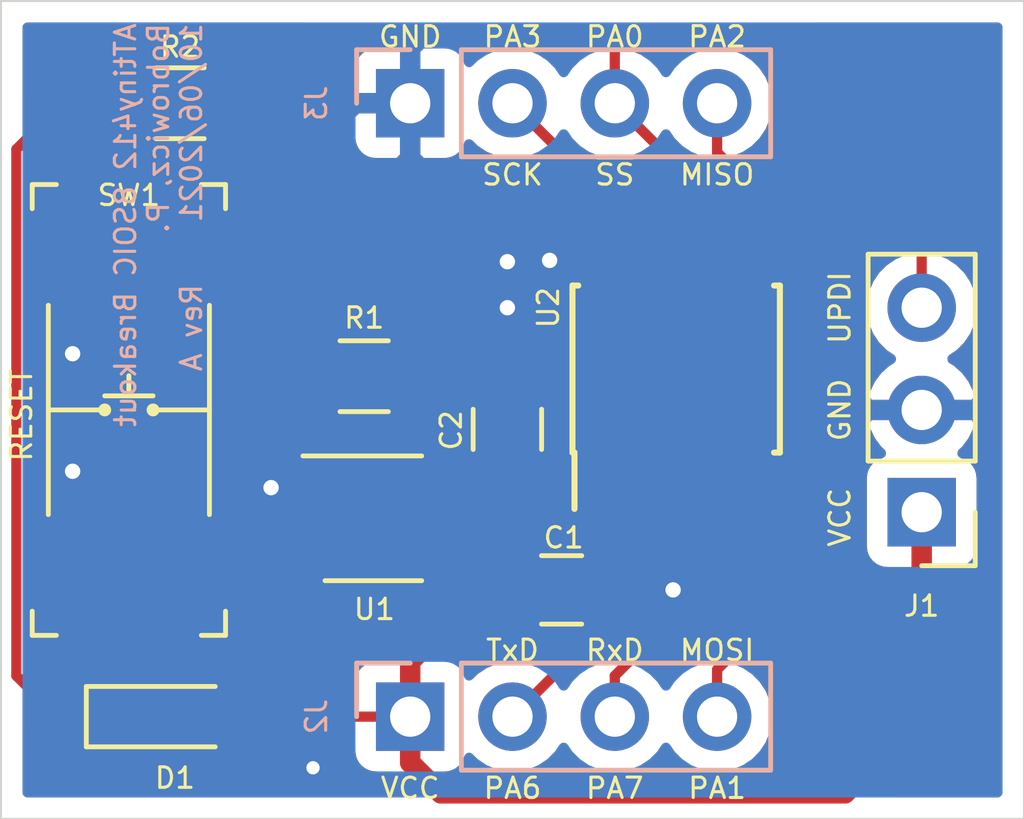
<source format=kicad_pcb>
(kicad_pcb (version 20171130) (host pcbnew "(5.1.10)-1")

  (general
    (thickness 1.6)
    (drawings 23)
    (tracks 79)
    (zones 0)
    (modules 11)
    (nets 11)
  )

  (page A4)
  (title_block
    (title "ATtiny412 SOIC-8 Breakout PCB")
    (date 2021-08-21)
    (rev B)
  )

  (layers
    (0 F.Cu signal)
    (31 B.Cu signal)
    (32 B.Adhes user)
    (33 F.Adhes user)
    (34 B.Paste user)
    (35 F.Paste user)
    (36 B.SilkS user)
    (37 F.SilkS user)
    (38 B.Mask user)
    (39 F.Mask user)
    (40 Dwgs.User user)
    (41 Cmts.User user)
    (42 Eco1.User user)
    (43 Eco2.User user)
    (44 Edge.Cuts user)
    (45 Margin user)
    (46 B.CrtYd user)
    (47 F.CrtYd user)
    (48 B.Fab user hide)
    (49 F.Fab user hide)
  )

  (setup
    (last_trace_width 0.1524)
    (user_trace_width 0.254)
    (user_trace_width 0.508)
    (trace_clearance 0.1524)
    (zone_clearance 0.508)
    (zone_45_only no)
    (trace_min 0.1524)
    (via_size 0.6858)
    (via_drill 0.3302)
    (via_min_size 0.508)
    (via_min_drill 0.254)
    (user_via 0.6858 0.3302)
    (user_via 0.762 0.381)
    (uvia_size 0.3)
    (uvia_drill 0.1)
    (uvias_allowed no)
    (uvia_min_size 0.2)
    (uvia_min_drill 0.1)
    (edge_width 0.05)
    (segment_width 0.2)
    (pcb_text_width 0.0762)
    (pcb_text_size 0.508 0.508)
    (mod_edge_width 0.12)
    (mod_text_size 0.508 0.508)
    (mod_text_width 0.0762)
    (pad_size 1.524 1.524)
    (pad_drill 0.762)
    (pad_to_mask_clearance 0.0508)
    (solder_mask_min_width 0.1016)
    (aux_axis_origin 0 0)
    (visible_elements 7FFFFFFF)
    (pcbplotparams
      (layerselection 0x010fc_ffffffff)
      (usegerberextensions false)
      (usegerberattributes true)
      (usegerberadvancedattributes true)
      (creategerberjobfile true)
      (excludeedgelayer true)
      (linewidth 0.038100)
      (plotframeref false)
      (viasonmask false)
      (mode 1)
      (useauxorigin false)
      (hpglpennumber 1)
      (hpglpenspeed 20)
      (hpglpendiameter 15.000000)
      (psnegative false)
      (psa4output false)
      (plotreference true)
      (plotvalue true)
      (plotinvisibletext false)
      (padsonsilk false)
      (subtractmaskfromsilk false)
      (outputformat 1)
      (mirror false)
      (drillshape 1)
      (scaleselection 1)
      (outputdirectory ""))
  )

  (net 0 "")
  (net 1 VCC)
  (net 2 GND)
  (net 3 /AIN0)
  (net 4 /AIN6)
  (net 5 /AIN7)
  (net 6 /AIN1)
  (net 7 /AIN2)
  (net 8 /AIN3)
  (net 9 /~MR)
  (net 10 "Net-(D1-Pad1)")

  (net_class Default "This is the default net class."
    (clearance 0.1524)
    (trace_width 0.1524)
    (via_dia 0.6858)
    (via_drill 0.3302)
    (uvia_dia 0.3)
    (uvia_drill 0.1)
    (add_net /AIN0)
    (add_net /AIN1)
    (add_net /AIN2)
    (add_net /AIN3)
    (add_net /AIN6)
    (add_net /AIN7)
    (add_net /~MR)
    (add_net GND)
    (add_net "Net-(D1-Pad1)")
    (add_net VCC)
  )

  (module Resistors_SMD:R_0805_HandSoldering (layer F.Cu) (tedit 58E0A804) (tstamp 60C2725A)
    (at 123.825 86.36)
    (descr "Resistor SMD 0805, hand soldering")
    (tags "resistor 0805")
    (path /60C2A4DD)
    (attr smd)
    (fp_text reference R2 (at 0 -1.397) (layer F.SilkS)
      (effects (font (size 0.508 0.508) (thickness 0.0762)))
    )
    (fp_text value 470R (at 0 1.27) (layer F.Fab)
      (effects (font (size 0.508 0.508) (thickness 0.0762)))
    )
    (fp_line (start 2.35 0.9) (end -2.35 0.9) (layer F.CrtYd) (width 0.05))
    (fp_line (start 2.35 0.9) (end 2.35 -0.9) (layer F.CrtYd) (width 0.05))
    (fp_line (start -2.35 -0.9) (end -2.35 0.9) (layer F.CrtYd) (width 0.05))
    (fp_line (start -2.35 -0.9) (end 2.35 -0.9) (layer F.CrtYd) (width 0.05))
    (fp_line (start -0.6 -0.88) (end 0.6 -0.88) (layer F.SilkS) (width 0.12))
    (fp_line (start 0.6 0.88) (end -0.6 0.88) (layer F.SilkS) (width 0.12))
    (fp_line (start -1 -0.62) (end 1 -0.62) (layer F.Fab) (width 0.1))
    (fp_line (start 1 -0.62) (end 1 0.62) (layer F.Fab) (width 0.1))
    (fp_line (start 1 0.62) (end -1 0.62) (layer F.Fab) (width 0.1))
    (fp_line (start -1 0.62) (end -1 -0.62) (layer F.Fab) (width 0.1))
    (fp_text user %R (at 0 0) (layer F.Fab)
      (effects (font (size 0.5 0.5) (thickness 0.075)))
    )
    (pad 1 smd rect (at -1.35 0) (size 1.5 1.3) (layers F.Cu F.Paste F.Mask)
      (net 10 "Net-(D1-Pad1)"))
    (pad 2 smd rect (at 1.35 0) (size 1.5 1.3) (layers F.Cu F.Paste F.Mask)
      (net 2 GND))
    (model ${KISYS3DMOD}/Resistors_SMD.3dshapes/R_0805.wrl
      (at (xyz 0 0 0))
      (scale (xyz 1 1 1))
      (rotate (xyz 0 0 0))
    )
  )

  (module LEDs:LED_0805_HandSoldering (layer F.Cu) (tedit 595FCA25) (tstamp 60C271AF)
    (at 123.698 101.6)
    (descr "Resistor SMD 0805, hand soldering")
    (tags "resistor 0805")
    (path /60C27FD6)
    (attr smd)
    (fp_text reference D1 (at 0 1.524) (layer F.SilkS)
      (effects (font (size 0.508 0.508) (thickness 0.0762)))
    )
    (fp_text value LED (at 0 -1.143) (layer F.Fab)
      (effects (font (size 0.508 0.508) (thickness 0.0762)))
    )
    (fp_line (start -2.2 -0.75) (end -2.2 0.75) (layer F.SilkS) (width 0.12))
    (fp_line (start 2.35 0.9) (end -2.35 0.9) (layer F.CrtYd) (width 0.05))
    (fp_line (start 2.35 0.9) (end 2.35 -0.9) (layer F.CrtYd) (width 0.05))
    (fp_line (start -2.35 -0.9) (end -2.35 0.9) (layer F.CrtYd) (width 0.05))
    (fp_line (start -2.35 -0.9) (end 2.35 -0.9) (layer F.CrtYd) (width 0.05))
    (fp_line (start -2.2 -0.75) (end 1 -0.75) (layer F.SilkS) (width 0.12))
    (fp_line (start 1 0.75) (end -2.2 0.75) (layer F.SilkS) (width 0.12))
    (fp_line (start -1 -0.62) (end 1 -0.62) (layer F.Fab) (width 0.1))
    (fp_line (start 1 -0.62) (end 1 0.62) (layer F.Fab) (width 0.1))
    (fp_line (start 1 0.62) (end -1 0.62) (layer F.Fab) (width 0.1))
    (fp_line (start -1 0.62) (end -1 -0.62) (layer F.Fab) (width 0.1))
    (fp_line (start 0.2 -0.4) (end 0.2 0.4) (layer F.Fab) (width 0.1))
    (fp_line (start 0.2 0.4) (end -0.4 0) (layer F.Fab) (width 0.1))
    (fp_line (start -0.4 0) (end 0.2 -0.4) (layer F.Fab) (width 0.1))
    (fp_line (start -0.4 -0.4) (end -0.4 0.4) (layer F.Fab) (width 0.1))
    (pad 1 smd rect (at -1.35 0) (size 1.5 1.3) (layers F.Cu F.Paste F.Mask)
      (net 10 "Net-(D1-Pad1)"))
    (pad 2 smd rect (at 1.35 0) (size 1.5 1.3) (layers F.Cu F.Paste F.Mask)
      (net 1 VCC))
    (model ${KISYS3DMOD}/LED_SMD.3dshapes/LED_0805_2012Metric_Castellated.step
      (at (xyz 0 0 0))
      (scale (xyz 1 1 1))
      (rotate (xyz 0 0 0))
    )
  )

  (module TO_SOT_Packages_SMD:SOT-143 (layer F.Cu) (tedit 58CE4E7E) (tstamp 60C14EFA)
    (at 128.6256 96.6724)
    (descr SOT-143)
    (tags SOT-143)
    (path /60C269C5)
    (attr smd)
    (fp_text reference U1 (at 0.0254 2.2606 180) (layer F.SilkS)
      (effects (font (size 0.508 0.508) (thickness 0.0762)))
    )
    (fp_text value MIC6315 (at 0.0254 2.2606) (layer F.Fab)
      (effects (font (size 0.508 0.508) (thickness 0.0762)))
    )
    (fp_line (start -2.05 1.75) (end -2.05 -1.75) (layer F.CrtYd) (width 0.05))
    (fp_line (start -2.05 1.75) (end 2.05 1.75) (layer F.CrtYd) (width 0.05))
    (fp_line (start 2.05 -1.75) (end -2.05 -1.75) (layer F.CrtYd) (width 0.05))
    (fp_line (start 2.05 -1.75) (end 2.05 1.75) (layer F.CrtYd) (width 0.05))
    (fp_line (start 1.2 -1.5) (end 1.2 1.5) (layer F.Fab) (width 0.1))
    (fp_line (start 1.2 1.5) (end -1.2 1.5) (layer F.Fab) (width 0.1))
    (fp_line (start -1.2 1.5) (end -1.2 -1) (layer F.Fab) (width 0.1))
    (fp_line (start -0.7 -1.5) (end 1.2 -1.5) (layer F.Fab) (width 0.1))
    (fp_line (start -1.2 -1) (end -0.7 -1.5) (layer F.Fab) (width 0.1))
    (fp_line (start 1.2 -1.55) (end -1.75 -1.55) (layer F.SilkS) (width 0.12))
    (fp_line (start -1.2 1.55) (end 1.2 1.55) (layer F.SilkS) (width 0.12))
    (fp_text user %R (at 0 0 90) (layer F.Fab)
      (effects (font (size 0.508 0.508) (thickness 0.0762)))
    )
    (pad 1 smd rect (at -1.1 -0.77 270) (size 1.2 1.4) (layers F.Cu F.Paste F.Mask)
      (net 2 GND))
    (pad 2 smd rect (at -1.1 0.95 270) (size 1 1.4) (layers F.Cu F.Paste F.Mask)
      (net 3 /AIN0))
    (pad 3 smd rect (at 1.1 0.95 270) (size 1 1.4) (layers F.Cu F.Paste F.Mask)
      (net 9 /~MR))
    (pad 4 smd rect (at 1.1 -0.95 270) (size 1 1.4) (layers F.Cu F.Paste F.Mask)
      (net 1 VCC))
    (model ${KISYS3DMOD}/TO_SOT_Packages_SMD.3dshapes/SOT-143.wrl
      (offset (xyz -0.127 0 0))
      (scale (xyz 1 1 1))
      (rotate (xyz 0 0 0))
    )
  )

  (module Housings_SOIC:SOIC-8_3.9x4.9mm_Pitch1.27mm (layer F.Cu) (tedit 58CD0CDA) (tstamp 60C14EFD)
    (at 136.144 92.964 90)
    (descr "8-Lead Plastic Small Outline (SN) - Narrow, 3.90 mm Body [SOIC] (see Microchip Packaging Specification 00000049BS.pdf)")
    (tags "SOIC 1.27")
    (path /60C0FCCD)
    (attr smd)
    (fp_text reference U2 (at 1.524 -3.175 90) (layer F.SilkS)
      (effects (font (size 0.508 0.508) (thickness 0.0762)))
    )
    (fp_text value ATtiny412-SS (at 0 3.048 90) (layer F.Fab)
      (effects (font (size 0.508 0.508) (thickness 0.0762)))
    )
    (fp_line (start -2.075 -2.525) (end -3.475 -2.525) (layer F.SilkS) (width 0.15))
    (fp_line (start -2.075 2.575) (end 2.075 2.575) (layer F.SilkS) (width 0.15))
    (fp_line (start -2.075 -2.575) (end 2.075 -2.575) (layer F.SilkS) (width 0.15))
    (fp_line (start -2.075 2.575) (end -2.075 2.43) (layer F.SilkS) (width 0.15))
    (fp_line (start 2.075 2.575) (end 2.075 2.43) (layer F.SilkS) (width 0.15))
    (fp_line (start 2.075 -2.575) (end 2.075 -2.43) (layer F.SilkS) (width 0.15))
    (fp_line (start -2.075 -2.575) (end -2.075 -2.525) (layer F.SilkS) (width 0.15))
    (fp_line (start -3.73 2.7) (end 3.73 2.7) (layer F.CrtYd) (width 0.05))
    (fp_line (start -3.73 -2.7) (end 3.73 -2.7) (layer F.CrtYd) (width 0.05))
    (fp_line (start 3.73 -2.7) (end 3.73 2.7) (layer F.CrtYd) (width 0.05))
    (fp_line (start -3.73 -2.7) (end -3.73 2.7) (layer F.CrtYd) (width 0.05))
    (fp_line (start -1.95 -1.45) (end -0.95 -2.45) (layer F.Fab) (width 0.1))
    (fp_line (start -1.95 2.45) (end -1.95 -1.45) (layer F.Fab) (width 0.1))
    (fp_line (start 1.95 2.45) (end -1.95 2.45) (layer F.Fab) (width 0.1))
    (fp_line (start 1.95 -2.45) (end 1.95 2.45) (layer F.Fab) (width 0.1))
    (fp_line (start -0.95 -2.45) (end 1.95 -2.45) (layer F.Fab) (width 0.1))
    (fp_text user %R (at 0 0 90) (layer F.Fab)
      (effects (font (size 0.508 0.508) (thickness 0.0762)))
    )
    (pad 1 smd rect (at -2.7 -1.905 90) (size 1.55 0.6) (layers F.Cu F.Paste F.Mask)
      (net 1 VCC))
    (pad 2 smd rect (at -2.7 -0.635 90) (size 1.55 0.6) (layers F.Cu F.Paste F.Mask)
      (net 4 /AIN6))
    (pad 3 smd rect (at -2.7 0.635 90) (size 1.55 0.6) (layers F.Cu F.Paste F.Mask)
      (net 5 /AIN7))
    (pad 4 smd rect (at -2.7 1.905 90) (size 1.55 0.6) (layers F.Cu F.Paste F.Mask)
      (net 6 /AIN1))
    (pad 5 smd rect (at 2.7 1.905 90) (size 1.55 0.6) (layers F.Cu F.Paste F.Mask)
      (net 7 /AIN2))
    (pad 6 smd rect (at 2.7 0.635 90) (size 1.55 0.6) (layers F.Cu F.Paste F.Mask)
      (net 3 /AIN0))
    (pad 7 smd rect (at 2.7 -0.635 90) (size 1.55 0.6) (layers F.Cu F.Paste F.Mask)
      (net 8 /AIN3))
    (pad 8 smd rect (at 2.7 -1.905 90) (size 1.55 0.6) (layers F.Cu F.Paste F.Mask)
      (net 2 GND))
    (model ${KISYS3DMOD}/Housings_SOIC.3dshapes/SOIC-8_3.9x4.9mm_Pitch1.27mm.wrl
      (at (xyz 0 0 0))
      (scale (xyz 1 1 1))
      (rotate (xyz 0 0 0))
    )
  )

  (module AtTiny412_8SOIC_Breakout:TL3305AF160QG (layer F.Cu) (tedit 60C14A21) (tstamp 60C14EF7)
    (at 122.555 93.98 90)
    (path /60C1617E)
    (fp_text reference SW1 (at 5.334 0) (layer F.SilkS)
      (effects (font (size 0.508 0.508) (thickness 0.0762)))
    )
    (fp_text value SW_MEC_5E (at 4.191 3.048 270) (layer F.Fab)
      (effects (font (size 0.508 0.508) (thickness 0.0762)))
    )
    (fp_circle (center 0 0) (end -1.3 0.2) (layer F.Fab) (width 0.12))
    (fp_line (start -2.25 -2.25) (end -2.25 2.25) (layer F.Fab) (width 0.12))
    (fp_line (start -2.25 2.25) (end 2.25 2.25) (layer F.Fab) (width 0.12))
    (fp_line (start 2.25 2.25) (end 2.25 -2.25) (layer F.Fab) (width 0.12))
    (fp_line (start 2.25 -2.25) (end -2.25 -2.25) (layer F.Fab) (width 0.12))
    (fp_line (start -5.6 -1.8) (end -5.6 -2.4) (layer F.SilkS) (width 0.12))
    (fp_line (start -5.6 -2.4) (end -5 -2.4) (layer F.SilkS) (width 0.12))
    (fp_line (start -5.6 1.8) (end -5.6 2.4) (layer F.SilkS) (width 0.12))
    (fp_line (start -5.6 2.4) (end -5 2.4) (layer F.SilkS) (width 0.12))
    (fp_line (start 5 2.4) (end 5.6 2.4) (layer F.SilkS) (width 0.12))
    (fp_line (start 5.6 2.4) (end 5.6 1.8) (layer F.SilkS) (width 0.12))
    (fp_line (start 5.6 -1.8) (end 5.6 -2.4) (layer F.SilkS) (width 0.12))
    (fp_line (start 5.6 -2.4) (end 5 -2.4) (layer F.SilkS) (width 0.12))
    (fp_line (start -2.6 -2) (end 2.6 -2) (layer F.SilkS) (width 0.12))
    (fp_line (start -2.6 2) (end 2.6 2) (layer F.SilkS) (width 0.12))
    (fp_line (start 0 0.6) (end 0 2) (layer F.SilkS) (width 0.12))
    (fp_line (start 0 -0.6) (end 0 -2) (layer F.SilkS) (width 0.12))
    (fp_circle (center 0 -0.6) (end 0 -0.5) (layer F.SilkS) (width 0.12))
    (fp_circle (center 0 0.6) (end 0 0.5) (layer F.SilkS) (width 0.12))
    (fp_line (start 0.35 -0.6) (end 0.35 0.6) (layer F.SilkS) (width 0.12))
    (fp_line (start 0.4 0) (end 0.85 0) (layer F.SilkS) (width 0.12))
    (fp_line (start -5.8 -2.6) (end -5.8 2.6) (layer F.CrtYd) (width 0.12))
    (fp_line (start -5.8 2.6) (end 5.8 2.6) (layer F.CrtYd) (width 0.12))
    (fp_line (start 5.8 2.6) (end 5.8 -2.6) (layer F.CrtYd) (width 0.12))
    (fp_line (start 5.8 -2.6) (end -5.8 -2.6) (layer F.CrtYd) (width 0.12))
    (pad 1 smd rect (at -4.1 1.5 90) (size 2.6 1.4) (layers F.Cu F.Paste F.Mask)
      (net 9 /~MR))
    (pad 2 smd rect (at 4.1 1.5 90) (size 2.6 1.4) (layers F.Cu F.Paste F.Mask))
    (pad 3 smd rect (at -4.1 -1.5 90) (size 2.6 1.4) (layers F.Cu F.Paste F.Mask)
      (net 2 GND))
    (pad 4 smd rect (at 4.1 -1.5 90) (size 2.6 1.4) (layers F.Cu F.Paste F.Mask)
      (net 2 GND))
    (model "${KIPRJMOD}/3d packages/TL3305AFxxxxG.stp"
      (at (xyz 0 0 0))
      (scale (xyz 1 1 1))
      (rotate (xyz 0 0 0))
    )
  )

  (module Resistors_SMD:R_0805_HandSoldering (layer F.Cu) (tedit 58E0A804) (tstamp 60C16222)
    (at 128.397 93.1418 180)
    (descr "Resistor SMD 0805, hand soldering")
    (tags "resistor 0805")
    (path /60C123E8)
    (attr smd)
    (fp_text reference R1 (at 0 1.4478 180) (layer F.SilkS)
      (effects (font (size 0.508 0.508) (thickness 0.0762)))
    )
    (fp_text value 10k (at 0 1.4478) (layer F.Fab)
      (effects (font (size 0.508 0.508) (thickness 0.0762)))
    )
    (fp_line (start 2.35 0.9) (end -2.35 0.9) (layer F.CrtYd) (width 0.05))
    (fp_line (start 2.35 0.9) (end 2.35 -0.9) (layer F.CrtYd) (width 0.05))
    (fp_line (start -2.35 -0.9) (end -2.35 0.9) (layer F.CrtYd) (width 0.05))
    (fp_line (start -2.35 -0.9) (end 2.35 -0.9) (layer F.CrtYd) (width 0.05))
    (fp_line (start -0.6 -0.88) (end 0.6 -0.88) (layer F.SilkS) (width 0.12))
    (fp_line (start 0.6 0.88) (end -0.6 0.88) (layer F.SilkS) (width 0.12))
    (fp_line (start -1 -0.62) (end 1 -0.62) (layer F.Fab) (width 0.1))
    (fp_line (start 1 -0.62) (end 1 0.62) (layer F.Fab) (width 0.1))
    (fp_line (start 1 0.62) (end -1 0.62) (layer F.Fab) (width 0.1))
    (fp_line (start -1 0.62) (end -1 -0.62) (layer F.Fab) (width 0.1))
    (fp_text user %R (at 0 0.0508 90) (layer F.Fab)
      (effects (font (size 0.5 0.5) (thickness 0.075)))
    )
    (pad 1 smd rect (at -1.35 0 180) (size 1.5 1.3) (layers F.Cu F.Paste F.Mask)
      (net 1 VCC))
    (pad 2 smd rect (at 1.35 0 180) (size 1.5 1.3) (layers F.Cu F.Paste F.Mask)
      (net 3 /AIN0))
    (model ${KISYS3DMOD}/Resistors_SMD.3dshapes/R_0805.wrl
      (at (xyz 0 0 0))
      (scale (xyz 1 1 1))
      (rotate (xyz 0 0 0))
    )
  )

  (module Pin_Headers:Pin_Header_Straight_1x04_Pitch2.54mm (layer B.Cu) (tedit 59650532) (tstamp 60C14ED3)
    (at 129.54 86.36 270)
    (descr "Through hole straight pin header, 1x04, 2.54mm pitch, single row")
    (tags "Through hole pin header THT 1x04 2.54mm single row")
    (path /60C42741)
    (fp_text reference J3 (at 0 2.33 270) (layer B.SilkS)
      (effects (font (size 0.508 0.508) (thickness 0.0762)) (justify mirror))
    )
    (fp_text value Conn_01x04_Male (at -1.905 -3.556) (layer B.Fab)
      (effects (font (size 0.508 0.508) (thickness 0.0762)) (justify mirror))
    )
    (fp_line (start 1.8 1.8) (end -1.8 1.8) (layer B.CrtYd) (width 0.05))
    (fp_line (start 1.8 -9.4) (end 1.8 1.8) (layer B.CrtYd) (width 0.05))
    (fp_line (start -1.8 -9.4) (end 1.8 -9.4) (layer B.CrtYd) (width 0.05))
    (fp_line (start -1.8 1.8) (end -1.8 -9.4) (layer B.CrtYd) (width 0.05))
    (fp_line (start -1.33 1.33) (end 0 1.33) (layer B.SilkS) (width 0.12))
    (fp_line (start -1.33 0) (end -1.33 1.33) (layer B.SilkS) (width 0.12))
    (fp_line (start -1.33 -1.27) (end 1.33 -1.27) (layer B.SilkS) (width 0.12))
    (fp_line (start 1.33 -1.27) (end 1.33 -8.95) (layer B.SilkS) (width 0.12))
    (fp_line (start -1.33 -1.27) (end -1.33 -8.95) (layer B.SilkS) (width 0.12))
    (fp_line (start -1.33 -8.95) (end 1.33 -8.95) (layer B.SilkS) (width 0.12))
    (fp_line (start -1.27 0.635) (end -0.635 1.27) (layer B.Fab) (width 0.1))
    (fp_line (start -1.27 -8.89) (end -1.27 0.635) (layer B.Fab) (width 0.1))
    (fp_line (start 1.27 -8.89) (end -1.27 -8.89) (layer B.Fab) (width 0.1))
    (fp_line (start 1.27 1.27) (end 1.27 -8.89) (layer B.Fab) (width 0.1))
    (fp_line (start -0.635 1.27) (end 1.27 1.27) (layer B.Fab) (width 0.1))
    (fp_text user %R (at 0 2.286 90) (layer B.Fab)
      (effects (font (size 0.508 0.508) (thickness 0.0762)) (justify mirror))
    )
    (pad 1 thru_hole rect (at 0 0 270) (size 1.7 1.7) (drill 1) (layers *.Cu *.Mask)
      (net 2 GND))
    (pad 2 thru_hole oval (at 0 -2.54 270) (size 1.7 1.7) (drill 1) (layers *.Cu *.Mask)
      (net 8 /AIN3))
    (pad 3 thru_hole oval (at 0 -5.08 270) (size 1.7 1.7) (drill 1) (layers *.Cu *.Mask)
      (net 3 /AIN0))
    (pad 4 thru_hole oval (at 0 -7.62 270) (size 1.7 1.7) (drill 1) (layers *.Cu *.Mask)
      (net 7 /AIN2))
    (model ${KISYS3DMOD}/Connector_PinHeader_2.54mm.3dshapes/PinHeader_1x04_P2.54mm_Vertical.step
      (at (xyz 0 0 0))
      (scale (xyz 1 1 1))
      (rotate (xyz 0 0 0))
    )
  )

  (module Pin_Headers:Pin_Header_Straight_1x04_Pitch2.54mm (layer B.Cu) (tedit 59650532) (tstamp 60C1558E)
    (at 129.54 101.6 270)
    (descr "Through hole straight pin header, 1x04, 2.54mm pitch, single row")
    (tags "Through hole pin header THT 1x04 2.54mm single row")
    (path /60C43461)
    (fp_text reference J2 (at 0 2.33 270) (layer B.SilkS)
      (effects (font (size 0.508 0.508) (thickness 0.0762)) (justify mirror))
    )
    (fp_text value Conn_01x04_Male (at 1.905 -3.937) (layer B.Fab)
      (effects (font (size 0.508 0.508) (thickness 0.0762)) (justify mirror))
    )
    (fp_line (start 1.8 1.8) (end -1.8 1.8) (layer B.CrtYd) (width 0.05))
    (fp_line (start 1.8 -9.4) (end 1.8 1.8) (layer B.CrtYd) (width 0.05))
    (fp_line (start -1.8 -9.4) (end 1.8 -9.4) (layer B.CrtYd) (width 0.05))
    (fp_line (start -1.8 1.8) (end -1.8 -9.4) (layer B.CrtYd) (width 0.05))
    (fp_line (start -1.33 1.33) (end 0 1.33) (layer B.SilkS) (width 0.12))
    (fp_line (start -1.33 0) (end -1.33 1.33) (layer B.SilkS) (width 0.12))
    (fp_line (start -1.33 -1.27) (end 1.33 -1.27) (layer B.SilkS) (width 0.12))
    (fp_line (start 1.33 -1.27) (end 1.33 -8.95) (layer B.SilkS) (width 0.12))
    (fp_line (start -1.33 -1.27) (end -1.33 -8.95) (layer B.SilkS) (width 0.12))
    (fp_line (start -1.33 -8.95) (end 1.33 -8.95) (layer B.SilkS) (width 0.12))
    (fp_line (start -1.27 0.635) (end -0.635 1.27) (layer B.Fab) (width 0.1))
    (fp_line (start -1.27 -8.89) (end -1.27 0.635) (layer B.Fab) (width 0.1))
    (fp_line (start 1.27 -8.89) (end -1.27 -8.89) (layer B.Fab) (width 0.1))
    (fp_line (start 1.27 1.27) (end 1.27 -8.89) (layer B.Fab) (width 0.1))
    (fp_line (start -0.635 1.27) (end 1.27 1.27) (layer B.Fab) (width 0.1))
    (fp_text user %R (at 0 2.286 90) (layer B.Fab)
      (effects (font (size 0.508 0.508) (thickness 0.0762)) (justify mirror))
    )
    (pad 1 thru_hole rect (at 0 0 270) (size 1.7 1.7) (drill 1) (layers *.Cu *.Mask)
      (net 1 VCC))
    (pad 2 thru_hole oval (at 0 -2.54 270) (size 1.7 1.7) (drill 1) (layers *.Cu *.Mask)
      (net 4 /AIN6))
    (pad 3 thru_hole oval (at 0 -5.08 270) (size 1.7 1.7) (drill 1) (layers *.Cu *.Mask)
      (net 5 /AIN7))
    (pad 4 thru_hole oval (at 0 -7.62 270) (size 1.7 1.7) (drill 1) (layers *.Cu *.Mask)
      (net 6 /AIN1))
    (model ${KISYS3DMOD}/Connector_PinHeader_2.54mm.3dshapes/PinHeader_1x04_P2.54mm_Vertical.step
      (at (xyz 0 0 0))
      (scale (xyz 1 1 1))
      (rotate (xyz 0 0 0))
    )
  )

  (module Pin_Headers:Pin_Header_Straight_1x03_Pitch2.54mm (layer F.Cu) (tedit 59650532) (tstamp 60C14ECD)
    (at 142.24 96.52 180)
    (descr "Through hole straight pin header, 1x03, 2.54mm pitch, single row")
    (tags "Through hole pin header THT 1x03 2.54mm single row")
    (path /60C3F499)
    (fp_text reference J1 (at 0 -2.33) (layer F.SilkS)
      (effects (font (size 0.508 0.508) (thickness 0.0762)))
    )
    (fp_text value Conn_01x03_Male (at 2.159 2.921 90) (layer F.Fab)
      (effects (font (size 0.508 0.508) (thickness 0.0762)))
    )
    (fp_line (start 1.8 -1.8) (end -1.8 -1.8) (layer F.CrtYd) (width 0.05))
    (fp_line (start 1.8 6.85) (end 1.8 -1.8) (layer F.CrtYd) (width 0.05))
    (fp_line (start -1.8 6.85) (end 1.8 6.85) (layer F.CrtYd) (width 0.05))
    (fp_line (start -1.8 -1.8) (end -1.8 6.85) (layer F.CrtYd) (width 0.05))
    (fp_line (start -1.33 -1.33) (end 0 -1.33) (layer F.SilkS) (width 0.12))
    (fp_line (start -1.33 0) (end -1.33 -1.33) (layer F.SilkS) (width 0.12))
    (fp_line (start -1.33 1.27) (end 1.33 1.27) (layer F.SilkS) (width 0.12))
    (fp_line (start 1.33 1.27) (end 1.33 6.41) (layer F.SilkS) (width 0.12))
    (fp_line (start -1.33 1.27) (end -1.33 6.41) (layer F.SilkS) (width 0.12))
    (fp_line (start -1.33 6.41) (end 1.33 6.41) (layer F.SilkS) (width 0.12))
    (fp_line (start -1.27 -0.635) (end -0.635 -1.27) (layer F.Fab) (width 0.1))
    (fp_line (start -1.27 6.35) (end -1.27 -0.635) (layer F.Fab) (width 0.1))
    (fp_line (start 1.27 6.35) (end -1.27 6.35) (layer F.Fab) (width 0.1))
    (fp_line (start 1.27 -1.27) (end 1.27 6.35) (layer F.Fab) (width 0.1))
    (fp_line (start -0.635 -1.27) (end 1.27 -1.27) (layer F.Fab) (width 0.1))
    (fp_text user %R (at 0 2.54 90) (layer F.Fab)
      (effects (font (size 1 1) (thickness 0.15)))
    )
    (pad 1 thru_hole rect (at 0 0 180) (size 1.7 1.7) (drill 1) (layers *.Cu *.Mask)
      (net 1 VCC))
    (pad 2 thru_hole oval (at 0 2.54 180) (size 1.7 1.7) (drill 1) (layers *.Cu *.Mask)
      (net 2 GND))
    (pad 3 thru_hole oval (at 0 5.08 180) (size 1.7 1.7) (drill 1) (layers *.Cu *.Mask)
      (net 3 /AIN0))
    (model ${KISYS3DMOD}/Connector_PinHeader_2.54mm.3dshapes/PinHeader_1x03_P2.54mm_Vertical.step
      (at (xyz 0 0 0))
      (scale (xyz 1 1 1))
      (rotate (xyz 0 0 0))
    )
  )

  (module Capacitors_SMD:C_0805_HandSoldering (layer F.Cu) (tedit 58AA84A8) (tstamp 60C20E83)
    (at 131.953 94.4626 90)
    (descr "Capacitor SMD 0805, hand soldering")
    (tags "capacitor 0805")
    (path /60C5FB36)
    (attr smd)
    (fp_text reference C2 (at -0.0254 -1.397 270) (layer F.SilkS)
      (effects (font (size 0.508 0.508) (thickness 0.0762)))
    )
    (fp_text value 100n (at 0.1016 1.143 90) (layer F.Fab)
      (effects (font (size 0.508 0.508) (thickness 0.0762)))
    )
    (fp_line (start 2.25 0.87) (end -2.25 0.87) (layer F.CrtYd) (width 0.05))
    (fp_line (start 2.25 0.87) (end 2.25 -0.88) (layer F.CrtYd) (width 0.05))
    (fp_line (start -2.25 -0.88) (end -2.25 0.87) (layer F.CrtYd) (width 0.05))
    (fp_line (start -2.25 -0.88) (end 2.25 -0.88) (layer F.CrtYd) (width 0.05))
    (fp_line (start -0.5 0.85) (end 0.5 0.85) (layer F.SilkS) (width 0.12))
    (fp_line (start 0.5 -0.85) (end -0.5 -0.85) (layer F.SilkS) (width 0.12))
    (fp_line (start -1 -0.62) (end 1 -0.62) (layer F.Fab) (width 0.1))
    (fp_line (start 1 -0.62) (end 1 0.62) (layer F.Fab) (width 0.1))
    (fp_line (start 1 0.62) (end -1 0.62) (layer F.Fab) (width 0.1))
    (fp_line (start -1 0.62) (end -1 -0.62) (layer F.Fab) (width 0.1))
    (fp_text user %R (at 0 0 180) (layer F.Fab)
      (effects (font (size 0.508 0.508) (thickness 0.0762)))
    )
    (pad 1 smd rect (at -1.25 0 90) (size 1.5 1.25) (layers F.Cu F.Paste F.Mask)
      (net 1 VCC))
    (pad 2 smd rect (at 1.25 0 90) (size 1.5 1.25) (layers F.Cu F.Paste F.Mask)
      (net 2 GND))
    (model Capacitors_SMD.3dshapes/C_0805.wrl
      (at (xyz 0 0 0))
      (scale (xyz 1 1 1))
      (rotate (xyz 0 0 0))
    )
  )

  (module Capacitors_SMD:C_0805_HandSoldering (layer F.Cu) (tedit 58AA84A8) (tstamp 60C14EC7)
    (at 133.2992 98.4504)
    (descr "Capacitor SMD 0805, hand soldering")
    (tags "capacitor 0805")
    (path /60C5E78A)
    (attr smd)
    (fp_text reference C1 (at 0.0508 -1.2954) (layer F.SilkS)
      (effects (font (size 0.508 0.508) (thickness 0.0762)))
    )
    (fp_text value 1u (at -0.0762 -1.2954 180) (layer F.Fab)
      (effects (font (size 0.508 0.508) (thickness 0.0762)))
    )
    (fp_line (start 2.25 0.87) (end -2.25 0.87) (layer F.CrtYd) (width 0.05))
    (fp_line (start 2.25 0.87) (end 2.25 -0.88) (layer F.CrtYd) (width 0.05))
    (fp_line (start -2.25 -0.88) (end -2.25 0.87) (layer F.CrtYd) (width 0.05))
    (fp_line (start -2.25 -0.88) (end 2.25 -0.88) (layer F.CrtYd) (width 0.05))
    (fp_line (start -0.5 0.85) (end 0.5 0.85) (layer F.SilkS) (width 0.12))
    (fp_line (start 0.5 -0.85) (end -0.5 -0.85) (layer F.SilkS) (width 0.12))
    (fp_line (start -1 -0.62) (end 1 -0.62) (layer F.Fab) (width 0.1))
    (fp_line (start 1 -0.62) (end 1 0.62) (layer F.Fab) (width 0.1))
    (fp_line (start 1 0.62) (end -1 0.62) (layer F.Fab) (width 0.1))
    (fp_line (start -1 0.62) (end -1 -0.62) (layer F.Fab) (width 0.1))
    (fp_text user %R (at -0.0762 -0.0254 90) (layer F.Fab)
      (effects (font (size 0.508 0.508) (thickness 0.0762)))
    )
    (pad 1 smd rect (at -1.25 0) (size 1.5 1.25) (layers F.Cu F.Paste F.Mask)
      (net 1 VCC))
    (pad 2 smd rect (at 1.25 0) (size 1.5 1.25) (layers F.Cu F.Paste F.Mask)
      (net 2 GND))
    (model Capacitors_SMD.3dshapes/C_0805.wrl
      (at (xyz 0 0 0))
      (scale (xyz 1 1 1))
      (rotate (xyz 0 0 0))
    )
  )

  (gr_text "ATtiny412 8SOIC Breakout\nBobrowicz, P.       \n10/06/2021    Rev A \n\n" (at 123.698 84.328 90) (layer B.SilkS)
    (effects (font (size 0.508 0.508) (thickness 0.0762)) (justify left mirror))
  )
  (gr_text RxD (at 134.62 99.949) (layer F.SilkS)
    (effects (font (size 0.508 0.508) (thickness 0.0762)))
  )
  (gr_text TxD (at 132.08 99.949) (layer F.SilkS)
    (effects (font (size 0.508 0.508) (thickness 0.0762)))
  )
  (gr_text SCK (at 132.08 88.138) (layer F.SilkS)
    (effects (font (size 0.508 0.508) (thickness 0.0762)))
  )
  (gr_text MISO (at 137.16 88.138) (layer F.SilkS)
    (effects (font (size 0.508 0.508) (thickness 0.0762)))
  )
  (gr_text MOSI (at 137.16 99.949) (layer F.SilkS)
    (effects (font (size 0.508 0.508) (thickness 0.0762)))
  )
  (gr_text ~SS (at 134.62 88.138) (layer F.SilkS)
    (effects (font (size 0.508 0.508) (thickness 0.0762)))
  )
  (gr_text RESET (at 119.888 94.107 90) (layer F.SilkS)
    (effects (font (size 0.508 0.508) (thickness 0.0762)))
  )
  (gr_text UPDI (at 140.208 91.44 90) (layer F.SilkS)
    (effects (font (size 0.508 0.508) (thickness 0.0762)))
  )
  (gr_text GND (at 140.208 93.98 90) (layer F.SilkS)
    (effects (font (size 0.508 0.508) (thickness 0.0762)))
  )
  (gr_text VCC (at 140.208 96.647 90) (layer F.SilkS)
    (effects (font (size 0.508 0.508) (thickness 0.0762)))
  )
  (gr_text PA1 (at 137.16 103.378) (layer F.SilkS)
    (effects (font (size 0.508 0.508) (thickness 0.0762)))
  )
  (gr_text PA7 (at 134.62 103.378) (layer F.SilkS)
    (effects (font (size 0.508 0.508) (thickness 0.0762)))
  )
  (gr_text PA6 (at 132.08 103.378) (layer F.SilkS)
    (effects (font (size 0.508 0.508) (thickness 0.0762)))
  )
  (gr_text VCC (at 129.54 103.378) (layer F.SilkS)
    (effects (font (size 0.508 0.508) (thickness 0.0762)))
  )
  (gr_text PA2 (at 137.16 84.709) (layer F.SilkS)
    (effects (font (size 0.508 0.508) (thickness 0.0762)))
  )
  (gr_text PA0 (at 134.62 84.709) (layer F.SilkS)
    (effects (font (size 0.508 0.508) (thickness 0.0762)))
  )
  (gr_text PA3 (at 132.08 84.709) (layer F.SilkS)
    (effects (font (size 0.508 0.508) (thickness 0.0762)))
  )
  (gr_text GND (at 129.54 84.709) (layer F.SilkS)
    (effects (font (size 0.508 0.508) (thickness 0.0762)))
  )
  (gr_line (start 144.78 83.82) (end 119.38 83.82) (layer Edge.Cuts) (width 0.05))
  (gr_line (start 144.78 104.14) (end 144.78 83.82) (layer Edge.Cuts) (width 0.05))
  (gr_line (start 119.38 104.14) (end 144.78 104.14) (layer Edge.Cuts) (width 0.05))
  (gr_line (start 119.38 83.82) (end 119.38 104.14) (layer Edge.Cuts) (width 0.05))

  (segment (start 131.953 98.3542) (end 132.0492 98.4504) (width 0.508) (layer F.Cu) (net 1))
  (segment (start 131.953 95.7126) (end 131.953 98.3542) (width 0.508) (layer F.Cu) (net 1))
  (segment (start 134.1904 95.7126) (end 134.239 95.664) (width 0.508) (layer F.Cu) (net 1))
  (segment (start 131.953 95.7126) (end 134.1904 95.7126) (width 0.508) (layer F.Cu) (net 1))
  (segment (start 129.2352 101.2952) (end 129.54 101.6) (width 0.508) (layer F.Cu) (net 1))
  (segment (start 129.7354 95.7126) (end 129.7256 95.7224) (width 0.508) (layer F.Cu) (net 1))
  (segment (start 131.953 95.7126) (end 129.7354 95.7126) (width 0.508) (layer F.Cu) (net 1))
  (segment (start 132.0492 98.4504) (end 131.318 98.4504) (width 0.508) (layer F.Cu) (net 1))
  (segment (start 129.54 100.2284) (end 129.54 101.6) (width 0.508) (layer F.Cu) (net 1))
  (segment (start 131.318 98.4504) (end 129.54 100.2284) (width 0.508) (layer F.Cu) (net 1))
  (segment (start 129.747 95.701) (end 129.7256 95.7224) (width 0.508) (layer F.Cu) (net 1))
  (segment (start 129.747 93.1418) (end 129.747 95.701) (width 0.508) (layer F.Cu) (net 1))
  (segment (start 129.54 101.6) (end 129.54 102.743) (width 0.508) (layer F.Cu) (net 1))
  (segment (start 129.54 102.743) (end 130.302 103.505) (width 0.508) (layer F.Cu) (net 1))
  (segment (start 130.302 103.505) (end 140.335 103.505) (width 0.508) (layer F.Cu) (net 1))
  (segment (start 140.335 103.505) (end 142.24 101.6) (width 0.508) (layer F.Cu) (net 1))
  (segment (start 142.24 101.6) (end 142.24 96.52) (width 0.508) (layer F.Cu) (net 1))
  (segment (start 125.048 101.6) (end 129.54 101.6) (width 0.254) (layer F.Cu) (net 1))
  (via (at 136.0678 98.4504) (size 0.762) (drill 0.381) (layers F.Cu B.Cu) (net 2))
  (segment (start 134.5492 98.4504) (end 136.0678 98.4504) (width 0.508) (layer F.Cu) (net 2))
  (via (at 126.0856 95.9104) (size 0.762) (drill 0.381) (layers F.Cu B.Cu) (net 2))
  (segment (start 126.0936 95.9024) (end 126.0856 95.9104) (width 0.508) (layer F.Cu) (net 2))
  (segment (start 127.5256 95.9024) (end 126.0936 95.9024) (width 0.508) (layer F.Cu) (net 2))
  (segment (start 132.8496 90.264) (end 132.8166 90.297) (width 0.508) (layer F.Cu) (net 2))
  (segment (start 134.239 90.264) (end 133.002 90.264) (width 0.508) (layer F.Cu) (net 2))
  (via (at 121.158 92.583) (size 0.762) (drill 0.381) (layers F.Cu B.Cu) (net 2))
  (via (at 121.158 95.504) (size 0.762) (drill 0.381) (layers F.Cu B.Cu) (net 2))
  (via (at 131.953 91.44) (size 0.762) (drill 0.381) (layers F.Cu B.Cu) (net 2))
  (via (at 131.953 90.297) (size 0.762) (drill 0.381) (layers F.Cu B.Cu) (net 2))
  (segment (start 133.002 90.264) (end 132.8496 90.264) (width 0.508) (layer F.Cu) (net 2) (tstamp 60C212FD))
  (via (at 133.002 90.264) (size 0.762) (drill 0.381) (layers F.Cu B.Cu) (net 2))
  (via (at 127.127 102.87) (size 0.6858) (drill 0.3302) (layers F.Cu B.Cu) (net 2))
  (segment (start 136.779 88.519) (end 136.779 90.264) (width 0.254) (layer F.Cu) (net 3))
  (segment (start 134.62 86.36) (end 136.779 88.519) (width 0.254) (layer F.Cu) (net 3))
  (segment (start 127.5256 97.6224) (end 126.3244 97.6224) (width 0.254) (layer F.Cu) (net 3))
  (segment (start 126.3244 97.6224) (end 125.3744 96.6724) (width 0.254) (layer F.Cu) (net 3))
  (segment (start 125.3744 96.6724) (end 125.3744 93.5228) (width 0.254) (layer F.Cu) (net 3))
  (segment (start 125.7554 93.1418) (end 127.047 93.1418) (width 0.254) (layer F.Cu) (net 3))
  (segment (start 125.3744 93.5228) (end 125.7554 93.1418) (width 0.254) (layer F.Cu) (net 3))
  (segment (start 142.24 91.44) (end 142.24 88.2142) (width 0.254) (layer F.Cu) (net 3))
  (segment (start 142.24 88.2142) (end 138.6332 84.6074) (width 0.254) (layer F.Cu) (net 3))
  (segment (start 138.6332 84.6074) (end 134.8994 84.6074) (width 0.254) (layer F.Cu) (net 3))
  (segment (start 127.047 93.1418) (end 127.047 85.3732) (width 0.254) (layer F.Cu) (net 3))
  (segment (start 127.047 85.3732) (end 127.8128 84.6074) (width 0.254) (layer F.Cu) (net 3))
  (segment (start 134.62 84.709) (end 134.7216 84.6074) (width 0.254) (layer F.Cu) (net 3))
  (segment (start 134.62 86.36) (end 134.62 84.709) (width 0.254) (layer F.Cu) (net 3))
  (segment (start 134.7216 84.6074) (end 134.8994 84.6074) (width 0.254) (layer F.Cu) (net 3))
  (segment (start 127.8128 84.6074) (end 134.7216 84.6074) (width 0.254) (layer F.Cu) (net 3))
  (segment (start 132.08 101.6) (end 133.2738 100.4062) (width 0.254) (layer F.Cu) (net 4))
  (segment (start 133.2738 100.4062) (end 133.2738 97.5868) (width 0.254) (layer F.Cu) (net 4))
  (segment (start 133.2738 97.5868) (end 133.6802 97.1804) (width 0.254) (layer F.Cu) (net 4))
  (segment (start 135.509 96.693) (end 135.509 95.664) (width 0.254) (layer F.Cu) (net 4))
  (segment (start 135.0216 97.1804) (end 135.509 96.693) (width 0.254) (layer F.Cu) (net 4))
  (segment (start 133.6802 97.1804) (end 135.0216 97.1804) (width 0.254) (layer F.Cu) (net 4))
  (segment (start 136.779 95.664) (end 136.779 99.2632) (width 0.254) (layer F.Cu) (net 5))
  (segment (start 136.779 99.2632) (end 135.9662 100.076) (width 0.254) (layer F.Cu) (net 5))
  (segment (start 135.9662 100.076) (end 135.128 100.076) (width 0.254) (layer F.Cu) (net 5))
  (segment (start 134.62 100.584) (end 134.62 101.6) (width 0.254) (layer F.Cu) (net 5))
  (segment (start 135.128 100.076) (end 134.62 100.584) (width 0.254) (layer F.Cu) (net 5))
  (segment (start 138.049 95.664) (end 138.049 99.5426) (width 0.254) (layer F.Cu) (net 6))
  (segment (start 137.16 100.4316) (end 137.16 101.6) (width 0.254) (layer F.Cu) (net 6))
  (segment (start 138.049 99.5426) (end 137.16 100.4316) (width 0.254) (layer F.Cu) (net 6))
  (segment (start 137.16 86.36) (end 137.16 87.5792) (width 0.254) (layer F.Cu) (net 7))
  (segment (start 138.049 88.4682) (end 138.049 90.264) (width 0.254) (layer F.Cu) (net 7))
  (segment (start 137.16 87.5792) (end 138.049 88.4682) (width 0.254) (layer F.Cu) (net 7))
  (segment (start 132.08 86.36) (end 133.9088 88.1888) (width 0.254) (layer F.Cu) (net 8))
  (segment (start 133.9088 88.1888) (end 134.8994 88.1888) (width 0.254) (layer F.Cu) (net 8))
  (segment (start 135.509 88.7984) (end 135.509 90.264) (width 0.254) (layer F.Cu) (net 8))
  (segment (start 134.8994 88.1888) (end 135.509 88.7984) (width 0.254) (layer F.Cu) (net 8))
  (segment (start 129.7256 97.6224) (end 129.7256 98.341) (width 0.254) (layer F.Cu) (net 9))
  (segment (start 124.055 98.08) (end 124.9278 98.08) (width 0.254) (layer F.Cu) (net 9))
  (segment (start 124.9278 98.08) (end 125.984 99.1362) (width 0.254) (layer F.Cu) (net 9))
  (segment (start 128.9304 99.1362) (end 129.7256 98.341) (width 0.254) (layer F.Cu) (net 9))
  (segment (start 125.984 99.1362) (end 128.9304 99.1362) (width 0.254) (layer F.Cu) (net 9))
  (segment (start 122.475 86.36) (end 120.904 86.36) (width 0.254) (layer F.Cu) (net 10))
  (segment (start 120.904 86.36) (end 119.761 87.503) (width 0.254) (layer F.Cu) (net 10))
  (segment (start 119.761 87.503) (end 119.761 100.584) (width 0.254) (layer F.Cu) (net 10))
  (segment (start 120.777 101.6) (end 122.348 101.6) (width 0.254) (layer F.Cu) (net 10))
  (segment (start 119.761 100.584) (end 120.777 101.6) (width 0.254) (layer F.Cu) (net 10))

  (zone (net 2) (net_name GND) (layer B.Cu) (tstamp 0) (hatch edge 0.508)
    (connect_pads (clearance 0.508))
    (min_thickness 0.254)
    (fill yes (arc_segments 32) (thermal_gap 0.508) (thermal_bridge_width 0.508))
    (polygon
      (pts
        (xy 144.78 104.14) (xy 119.38 104.14) (xy 119.38 83.82) (xy 144.78 83.82)
      )
    )
    (filled_polygon
      (pts
        (xy 144.12 103.48) (xy 120.04 103.48) (xy 120.04 100.75) (xy 128.051928 100.75) (xy 128.051928 102.45)
        (xy 128.064188 102.574482) (xy 128.100498 102.69418) (xy 128.159463 102.804494) (xy 128.238815 102.901185) (xy 128.335506 102.980537)
        (xy 128.44582 103.039502) (xy 128.565518 103.075812) (xy 128.69 103.088072) (xy 130.39 103.088072) (xy 130.514482 103.075812)
        (xy 130.63418 103.039502) (xy 130.744494 102.980537) (xy 130.841185 102.901185) (xy 130.920537 102.804494) (xy 130.979502 102.69418)
        (xy 131.001513 102.62162) (xy 131.133368 102.753475) (xy 131.376589 102.91599) (xy 131.646842 103.027932) (xy 131.93374 103.085)
        (xy 132.22626 103.085) (xy 132.513158 103.027932) (xy 132.783411 102.91599) (xy 133.026632 102.753475) (xy 133.233475 102.546632)
        (xy 133.35 102.37224) (xy 133.466525 102.546632) (xy 133.673368 102.753475) (xy 133.916589 102.91599) (xy 134.186842 103.027932)
        (xy 134.47374 103.085) (xy 134.76626 103.085) (xy 135.053158 103.027932) (xy 135.323411 102.91599) (xy 135.566632 102.753475)
        (xy 135.773475 102.546632) (xy 135.89 102.37224) (xy 136.006525 102.546632) (xy 136.213368 102.753475) (xy 136.456589 102.91599)
        (xy 136.726842 103.027932) (xy 137.01374 103.085) (xy 137.30626 103.085) (xy 137.593158 103.027932) (xy 137.863411 102.91599)
        (xy 138.106632 102.753475) (xy 138.313475 102.546632) (xy 138.47599 102.303411) (xy 138.587932 102.033158) (xy 138.645 101.74626)
        (xy 138.645 101.45374) (xy 138.587932 101.166842) (xy 138.47599 100.896589) (xy 138.313475 100.653368) (xy 138.106632 100.446525)
        (xy 137.863411 100.28401) (xy 137.593158 100.172068) (xy 137.30626 100.115) (xy 137.01374 100.115) (xy 136.726842 100.172068)
        (xy 136.456589 100.28401) (xy 136.213368 100.446525) (xy 136.006525 100.653368) (xy 135.89 100.82776) (xy 135.773475 100.653368)
        (xy 135.566632 100.446525) (xy 135.323411 100.28401) (xy 135.053158 100.172068) (xy 134.76626 100.115) (xy 134.47374 100.115)
        (xy 134.186842 100.172068) (xy 133.916589 100.28401) (xy 133.673368 100.446525) (xy 133.466525 100.653368) (xy 133.35 100.82776)
        (xy 133.233475 100.653368) (xy 133.026632 100.446525) (xy 132.783411 100.28401) (xy 132.513158 100.172068) (xy 132.22626 100.115)
        (xy 131.93374 100.115) (xy 131.646842 100.172068) (xy 131.376589 100.28401) (xy 131.133368 100.446525) (xy 131.001513 100.57838)
        (xy 130.979502 100.50582) (xy 130.920537 100.395506) (xy 130.841185 100.298815) (xy 130.744494 100.219463) (xy 130.63418 100.160498)
        (xy 130.514482 100.124188) (xy 130.39 100.111928) (xy 128.69 100.111928) (xy 128.565518 100.124188) (xy 128.44582 100.160498)
        (xy 128.335506 100.219463) (xy 128.238815 100.298815) (xy 128.159463 100.395506) (xy 128.100498 100.50582) (xy 128.064188 100.625518)
        (xy 128.051928 100.75) (xy 120.04 100.75) (xy 120.04 95.67) (xy 140.751928 95.67) (xy 140.751928 97.37)
        (xy 140.764188 97.494482) (xy 140.800498 97.61418) (xy 140.859463 97.724494) (xy 140.938815 97.821185) (xy 141.035506 97.900537)
        (xy 141.14582 97.959502) (xy 141.265518 97.995812) (xy 141.39 98.008072) (xy 143.09 98.008072) (xy 143.214482 97.995812)
        (xy 143.33418 97.959502) (xy 143.444494 97.900537) (xy 143.541185 97.821185) (xy 143.620537 97.724494) (xy 143.679502 97.61418)
        (xy 143.715812 97.494482) (xy 143.728072 97.37) (xy 143.728072 95.67) (xy 143.715812 95.545518) (xy 143.679502 95.42582)
        (xy 143.620537 95.315506) (xy 143.541185 95.218815) (xy 143.444494 95.139463) (xy 143.33418 95.080498) (xy 143.253534 95.056034)
        (xy 143.337588 94.980269) (xy 143.511641 94.74692) (xy 143.636825 94.484099) (xy 143.681476 94.33689) (xy 143.560155 94.107)
        (xy 142.367 94.107) (xy 142.367 94.127) (xy 142.113 94.127) (xy 142.113 94.107) (xy 140.919845 94.107)
        (xy 140.798524 94.33689) (xy 140.843175 94.484099) (xy 140.968359 94.74692) (xy 141.142412 94.980269) (xy 141.226466 95.056034)
        (xy 141.14582 95.080498) (xy 141.035506 95.139463) (xy 140.938815 95.218815) (xy 140.859463 95.315506) (xy 140.800498 95.42582)
        (xy 140.764188 95.545518) (xy 140.751928 95.67) (xy 120.04 95.67) (xy 120.04 91.29374) (xy 140.755 91.29374)
        (xy 140.755 91.58626) (xy 140.812068 91.873158) (xy 140.92401 92.143411) (xy 141.086525 92.386632) (xy 141.293368 92.593475)
        (xy 141.475534 92.715195) (xy 141.358645 92.784822) (xy 141.142412 92.979731) (xy 140.968359 93.21308) (xy 140.843175 93.475901)
        (xy 140.798524 93.62311) (xy 140.919845 93.853) (xy 142.113 93.853) (xy 142.113 93.833) (xy 142.367 93.833)
        (xy 142.367 93.853) (xy 143.560155 93.853) (xy 143.681476 93.62311) (xy 143.636825 93.475901) (xy 143.511641 93.21308)
        (xy 143.337588 92.979731) (xy 143.121355 92.784822) (xy 143.004466 92.715195) (xy 143.186632 92.593475) (xy 143.393475 92.386632)
        (xy 143.55599 92.143411) (xy 143.667932 91.873158) (xy 143.725 91.58626) (xy 143.725 91.29374) (xy 143.667932 91.006842)
        (xy 143.55599 90.736589) (xy 143.393475 90.493368) (xy 143.186632 90.286525) (xy 142.943411 90.12401) (xy 142.673158 90.012068)
        (xy 142.38626 89.955) (xy 142.09374 89.955) (xy 141.806842 90.012068) (xy 141.536589 90.12401) (xy 141.293368 90.286525)
        (xy 141.086525 90.493368) (xy 140.92401 90.736589) (xy 140.812068 91.006842) (xy 140.755 91.29374) (xy 120.04 91.29374)
        (xy 120.04 87.21) (xy 128.051928 87.21) (xy 128.064188 87.334482) (xy 128.100498 87.45418) (xy 128.159463 87.564494)
        (xy 128.238815 87.661185) (xy 128.335506 87.740537) (xy 128.44582 87.799502) (xy 128.565518 87.835812) (xy 128.69 87.848072)
        (xy 129.25425 87.845) (xy 129.413 87.68625) (xy 129.413 86.487) (xy 128.21375 86.487) (xy 128.055 86.64575)
        (xy 128.051928 87.21) (xy 120.04 87.21) (xy 120.04 85.51) (xy 128.051928 85.51) (xy 128.055 86.07425)
        (xy 128.21375 86.233) (xy 129.413 86.233) (xy 129.413 85.03375) (xy 129.667 85.03375) (xy 129.667 86.233)
        (xy 129.687 86.233) (xy 129.687 86.487) (xy 129.667 86.487) (xy 129.667 87.68625) (xy 129.82575 87.845)
        (xy 130.39 87.848072) (xy 130.514482 87.835812) (xy 130.63418 87.799502) (xy 130.744494 87.740537) (xy 130.841185 87.661185)
        (xy 130.920537 87.564494) (xy 130.979502 87.45418) (xy 131.001513 87.38162) (xy 131.133368 87.513475) (xy 131.376589 87.67599)
        (xy 131.646842 87.787932) (xy 131.93374 87.845) (xy 132.22626 87.845) (xy 132.513158 87.787932) (xy 132.783411 87.67599)
        (xy 133.026632 87.513475) (xy 133.233475 87.306632) (xy 133.35 87.13224) (xy 133.466525 87.306632) (xy 133.673368 87.513475)
        (xy 133.916589 87.67599) (xy 134.186842 87.787932) (xy 134.47374 87.845) (xy 134.76626 87.845) (xy 135.053158 87.787932)
        (xy 135.323411 87.67599) (xy 135.566632 87.513475) (xy 135.773475 87.306632) (xy 135.89 87.13224) (xy 136.006525 87.306632)
        (xy 136.213368 87.513475) (xy 136.456589 87.67599) (xy 136.726842 87.787932) (xy 137.01374 87.845) (xy 137.30626 87.845)
        (xy 137.593158 87.787932) (xy 137.863411 87.67599) (xy 138.106632 87.513475) (xy 138.313475 87.306632) (xy 138.47599 87.063411)
        (xy 138.587932 86.793158) (xy 138.645 86.50626) (xy 138.645 86.21374) (xy 138.587932 85.926842) (xy 138.47599 85.656589)
        (xy 138.313475 85.413368) (xy 138.106632 85.206525) (xy 137.863411 85.04401) (xy 137.593158 84.932068) (xy 137.30626 84.875)
        (xy 137.01374 84.875) (xy 136.726842 84.932068) (xy 136.456589 85.04401) (xy 136.213368 85.206525) (xy 136.006525 85.413368)
        (xy 135.89 85.58776) (xy 135.773475 85.413368) (xy 135.566632 85.206525) (xy 135.323411 85.04401) (xy 135.053158 84.932068)
        (xy 134.76626 84.875) (xy 134.47374 84.875) (xy 134.186842 84.932068) (xy 133.916589 85.04401) (xy 133.673368 85.206525)
        (xy 133.466525 85.413368) (xy 133.35 85.58776) (xy 133.233475 85.413368) (xy 133.026632 85.206525) (xy 132.783411 85.04401)
        (xy 132.513158 84.932068) (xy 132.22626 84.875) (xy 131.93374 84.875) (xy 131.646842 84.932068) (xy 131.376589 85.04401)
        (xy 131.133368 85.206525) (xy 131.001513 85.33838) (xy 130.979502 85.26582) (xy 130.920537 85.155506) (xy 130.841185 85.058815)
        (xy 130.744494 84.979463) (xy 130.63418 84.920498) (xy 130.514482 84.884188) (xy 130.39 84.871928) (xy 129.82575 84.875)
        (xy 129.667 85.03375) (xy 129.413 85.03375) (xy 129.25425 84.875) (xy 128.69 84.871928) (xy 128.565518 84.884188)
        (xy 128.44582 84.920498) (xy 128.335506 84.979463) (xy 128.238815 85.058815) (xy 128.159463 85.155506) (xy 128.100498 85.26582)
        (xy 128.064188 85.385518) (xy 128.051928 85.51) (xy 120.04 85.51) (xy 120.04 84.48) (xy 144.120001 84.48)
      )
    )
  )
  (zone (net 2) (net_name GND) (layer F.Cu) (tstamp 0) (hatch edge 0.508)
    (connect_pads (clearance 0.508))
    (min_thickness 0.254)
    (fill yes (arc_segments 32) (thermal_gap 0.508) (thermal_bridge_width 0.508))
    (polygon
      (pts
        (xy 144.78 104.14) (xy 119.38 104.14) (xy 119.38 83.82) (xy 144.78 83.82)
      )
    )
    (filled_polygon
      (pts
        (xy 120.211721 102.112351) (xy 120.235578 102.141422) (xy 120.264648 102.165279) (xy 120.351607 102.236645) (xy 120.370436 102.246709)
        (xy 120.483985 102.307402) (xy 120.627622 102.350974) (xy 120.739574 102.362) (xy 120.739577 102.362) (xy 120.777 102.365686)
        (xy 120.814423 102.362) (xy 120.970959 102.362) (xy 120.972188 102.374482) (xy 121.008498 102.49418) (xy 121.067463 102.604494)
        (xy 121.146815 102.701185) (xy 121.243506 102.780537) (xy 121.35382 102.839502) (xy 121.473518 102.875812) (xy 121.598 102.888072)
        (xy 123.098 102.888072) (xy 123.222482 102.875812) (xy 123.34218 102.839502) (xy 123.452494 102.780537) (xy 123.549185 102.701185)
        (xy 123.628537 102.604494) (xy 123.687502 102.49418) (xy 123.698 102.459573) (xy 123.708498 102.49418) (xy 123.767463 102.604494)
        (xy 123.846815 102.701185) (xy 123.943506 102.780537) (xy 124.05382 102.839502) (xy 124.173518 102.875812) (xy 124.298 102.888072)
        (xy 125.798 102.888072) (xy 125.922482 102.875812) (xy 126.04218 102.839502) (xy 126.152494 102.780537) (xy 126.249185 102.701185)
        (xy 126.328537 102.604494) (xy 126.387502 102.49418) (xy 126.423812 102.374482) (xy 126.425041 102.362) (xy 128.051928 102.362)
        (xy 128.051928 102.45) (xy 128.064188 102.574482) (xy 128.100498 102.69418) (xy 128.159463 102.804494) (xy 128.238815 102.901185)
        (xy 128.335506 102.980537) (xy 128.44582 103.039502) (xy 128.565518 103.075812) (xy 128.69 103.088072) (xy 128.716419 103.088072)
        (xy 128.756549 103.163149) (xy 128.797248 103.239291) (xy 128.908342 103.374659) (xy 128.942259 103.402494) (xy 129.019765 103.48)
        (xy 120.04 103.48) (xy 120.04 101.940631)
      )
    )
    (filled_polygon
      (pts
        (xy 144.12 103.48) (xy 141.617235 103.48) (xy 142.837743 102.259493) (xy 142.871659 102.231659) (xy 142.982753 102.096291)
        (xy 143.065303 101.941851) (xy 143.094002 101.847242) (xy 143.116136 101.774275) (xy 143.118895 101.74626) (xy 143.129 101.643667)
        (xy 143.129 101.64366) (xy 143.1333 101.6) (xy 143.129 101.55634) (xy 143.129 98.004231) (xy 143.214482 97.995812)
        (xy 143.33418 97.959502) (xy 143.444494 97.900537) (xy 143.541185 97.821185) (xy 143.620537 97.724494) (xy 143.679502 97.61418)
        (xy 143.715812 97.494482) (xy 143.728072 97.37) (xy 143.728072 95.67) (xy 143.715812 95.545518) (xy 143.679502 95.42582)
        (xy 143.620537 95.315506) (xy 143.541185 95.218815) (xy 143.444494 95.139463) (xy 143.33418 95.080498) (xy 143.253534 95.056034)
        (xy 143.337588 94.980269) (xy 143.511641 94.74692) (xy 143.636825 94.484099) (xy 143.681476 94.33689) (xy 143.560155 94.107)
        (xy 142.367 94.107) (xy 142.367 94.127) (xy 142.113 94.127) (xy 142.113 94.107) (xy 140.919845 94.107)
        (xy 140.798524 94.33689) (xy 140.843175 94.484099) (xy 140.968359 94.74692) (xy 141.142412 94.980269) (xy 141.226466 95.056034)
        (xy 141.14582 95.080498) (xy 141.035506 95.139463) (xy 140.938815 95.218815) (xy 140.859463 95.315506) (xy 140.800498 95.42582)
        (xy 140.764188 95.545518) (xy 140.751928 95.67) (xy 140.751928 97.37) (xy 140.764188 97.494482) (xy 140.800498 97.61418)
        (xy 140.859463 97.724494) (xy 140.938815 97.821185) (xy 141.035506 97.900537) (xy 141.14582 97.959502) (xy 141.265518 97.995812)
        (xy 141.351001 98.004231) (xy 141.351 101.231764) (xy 139.966765 102.616) (xy 138.244107 102.616) (xy 138.313475 102.546632)
        (xy 138.47599 102.303411) (xy 138.587932 102.033158) (xy 138.645 101.74626) (xy 138.645 101.45374) (xy 138.587932 101.166842)
        (xy 138.47599 100.896589) (xy 138.313475 100.653368) (xy 138.164669 100.504562) (xy 138.561351 100.107879) (xy 138.590422 100.084022)
        (xy 138.647745 100.014174) (xy 138.685645 99.967993) (xy 138.729178 99.886548) (xy 138.756402 99.835615) (xy 138.799974 99.691978)
        (xy 138.811 99.580026) (xy 138.811 99.580023) (xy 138.814686 99.5426) (xy 138.811 99.505177) (xy 138.811 96.877007)
        (xy 138.879537 96.793494) (xy 138.938502 96.68318) (xy 138.974812 96.563482) (xy 138.987072 96.439) (xy 138.987072 94.889)
        (xy 138.974812 94.764518) (xy 138.938502 94.64482) (xy 138.879537 94.534506) (xy 138.800185 94.437815) (xy 138.703494 94.358463)
        (xy 138.59318 94.299498) (xy 138.473482 94.263188) (xy 138.349 94.250928) (xy 137.749 94.250928) (xy 137.624518 94.263188)
        (xy 137.50482 94.299498) (xy 137.414 94.348043) (xy 137.32318 94.299498) (xy 137.203482 94.263188) (xy 137.079 94.250928)
        (xy 136.479 94.250928) (xy 136.354518 94.263188) (xy 136.23482 94.299498) (xy 136.144 94.348043) (xy 136.05318 94.299498)
        (xy 135.933482 94.263188) (xy 135.809 94.250928) (xy 135.209 94.250928) (xy 135.084518 94.263188) (xy 134.96482 94.299498)
        (xy 134.874 94.348043) (xy 134.78318 94.299498) (xy 134.663482 94.263188) (xy 134.539 94.250928) (xy 133.939 94.250928)
        (xy 133.814518 94.263188) (xy 133.69482 94.299498) (xy 133.584506 94.358463) (xy 133.487815 94.437815) (xy 133.408463 94.534506)
        (xy 133.349498 94.64482) (xy 133.313188 94.764518) (xy 133.307369 94.8236) (xy 133.199408 94.8236) (xy 133.167502 94.71842)
        (xy 133.108537 94.608106) (xy 133.029185 94.511415) (xy 132.969704 94.4626) (xy 133.029185 94.413785) (xy 133.108537 94.317094)
        (xy 133.167502 94.20678) (xy 133.203812 94.087082) (xy 133.216072 93.9626) (xy 133.213 93.49835) (xy 133.05425 93.3396)
        (xy 132.08 93.3396) (xy 132.08 93.3596) (xy 131.826 93.3596) (xy 131.826 93.3396) (xy 131.806 93.3396)
        (xy 131.806 93.0856) (xy 131.826 93.0856) (xy 131.826 91.98635) (xy 132.08 91.98635) (xy 132.08 93.0856)
        (xy 133.05425 93.0856) (xy 133.213 92.92685) (xy 133.216072 92.4626) (xy 133.203812 92.338118) (xy 133.167502 92.21842)
        (xy 133.108537 92.108106) (xy 133.029185 92.011415) (xy 132.932494 91.932063) (xy 132.82218 91.873098) (xy 132.702482 91.836788)
        (xy 132.578 91.824528) (xy 132.23875 91.8276) (xy 132.08 91.98635) (xy 131.826 91.98635) (xy 131.66725 91.8276)
        (xy 131.328 91.824528) (xy 131.203518 91.836788) (xy 131.08382 91.873098) (xy 130.973506 91.932063) (xy 130.89471 91.996729)
        (xy 130.851494 91.961263) (xy 130.74118 91.902298) (xy 130.621482 91.865988) (xy 130.497 91.853728) (xy 128.997 91.853728)
        (xy 128.872518 91.865988) (xy 128.75282 91.902298) (xy 128.642506 91.961263) (xy 128.545815 92.040615) (xy 128.466463 92.137306)
        (xy 128.407498 92.24762) (xy 128.397 92.282227) (xy 128.386502 92.24762) (xy 128.327537 92.137306) (xy 128.248185 92.040615)
        (xy 128.151494 91.961263) (xy 128.04118 91.902298) (xy 127.921482 91.865988) (xy 127.809 91.85491) (xy 127.809 91.039)
        (xy 133.300928 91.039) (xy 133.313188 91.163482) (xy 133.349498 91.28318) (xy 133.408463 91.393494) (xy 133.487815 91.490185)
        (xy 133.584506 91.569537) (xy 133.69482 91.628502) (xy 133.814518 91.664812) (xy 133.939 91.677072) (xy 133.95325 91.674)
        (xy 134.112 91.51525) (xy 134.112 90.391) (xy 133.46275 90.391) (xy 133.304 90.54975) (xy 133.300928 91.039)
        (xy 127.809 91.039) (xy 127.809 87.21) (xy 128.051928 87.21) (xy 128.064188 87.334482) (xy 128.100498 87.45418)
        (xy 128.159463 87.564494) (xy 128.238815 87.661185) (xy 128.335506 87.740537) (xy 128.44582 87.799502) (xy 128.565518 87.835812)
        (xy 128.69 87.848072) (xy 129.25425 87.845) (xy 129.413 87.68625) (xy 129.413 86.487) (xy 128.21375 86.487)
        (xy 128.055 86.64575) (xy 128.051928 87.21) (xy 127.809 87.21) (xy 127.809 85.68883) (xy 128.05893 85.4389)
        (xy 128.051928 85.51) (xy 128.055 86.07425) (xy 128.21375 86.233) (xy 129.413 86.233) (xy 129.413 86.213)
        (xy 129.667 86.213) (xy 129.667 86.233) (xy 129.687 86.233) (xy 129.687 86.487) (xy 129.667 86.487)
        (xy 129.667 87.68625) (xy 129.82575 87.845) (xy 130.39 87.848072) (xy 130.514482 87.835812) (xy 130.63418 87.799502)
        (xy 130.744494 87.740537) (xy 130.841185 87.661185) (xy 130.920537 87.564494) (xy 130.979502 87.45418) (xy 131.001513 87.38162)
        (xy 131.133368 87.513475) (xy 131.376589 87.67599) (xy 131.646842 87.787932) (xy 131.93374 87.845) (xy 132.22626 87.845)
        (xy 132.444048 87.801679) (xy 133.34352 88.701151) (xy 133.367378 88.730222) (xy 133.396448 88.754079) (xy 133.483407 88.825445)
        (xy 133.55402 88.863188) (xy 133.615785 88.896202) (xy 133.670139 88.91269) (xy 133.584506 88.958463) (xy 133.487815 89.037815)
        (xy 133.408463 89.134506) (xy 133.349498 89.24482) (xy 133.313188 89.364518) (xy 133.300928 89.489) (xy 133.304 89.97825)
        (xy 133.46275 90.137) (xy 134.112 90.137) (xy 134.112 90.117) (xy 134.366 90.117) (xy 134.366 90.137)
        (xy 134.386 90.137) (xy 134.386 90.391) (xy 134.366 90.391) (xy 134.366 91.51525) (xy 134.52475 91.674)
        (xy 134.539 91.677072) (xy 134.663482 91.664812) (xy 134.78318 91.628502) (xy 134.874 91.579957) (xy 134.96482 91.628502)
        (xy 135.084518 91.664812) (xy 135.209 91.677072) (xy 135.809 91.677072) (xy 135.933482 91.664812) (xy 136.05318 91.628502)
        (xy 136.144 91.579957) (xy 136.23482 91.628502) (xy 136.354518 91.664812) (xy 136.479 91.677072) (xy 137.079 91.677072)
        (xy 137.203482 91.664812) (xy 137.32318 91.628502) (xy 137.414 91.579957) (xy 137.50482 91.628502) (xy 137.624518 91.664812)
        (xy 137.749 91.677072) (xy 138.349 91.677072) (xy 138.473482 91.664812) (xy 138.59318 91.628502) (xy 138.703494 91.569537)
        (xy 138.800185 91.490185) (xy 138.879537 91.393494) (xy 138.938502 91.28318) (xy 138.974812 91.163482) (xy 138.987072 91.039)
        (xy 138.987072 89.489) (xy 138.974812 89.364518) (xy 138.938502 89.24482) (xy 138.879537 89.134506) (xy 138.811 89.050993)
        (xy 138.811 88.505623) (xy 138.814686 88.4682) (xy 138.811 88.430774) (xy 138.799974 88.318822) (xy 138.756402 88.175185)
        (xy 138.697412 88.064822) (xy 138.685645 88.042807) (xy 138.614279 87.955848) (xy 138.590422 87.926778) (xy 138.561353 87.902922)
        (xy 138.139269 87.480838) (xy 138.313475 87.306632) (xy 138.47599 87.063411) (xy 138.587932 86.793158) (xy 138.645 86.50626)
        (xy 138.645 86.21374) (xy 138.587932 85.926842) (xy 138.47599 85.656589) (xy 138.313475 85.413368) (xy 138.269507 85.3694)
        (xy 138.31757 85.3694) (xy 141.478001 88.529832) (xy 141.478 90.163158) (xy 141.293368 90.286525) (xy 141.086525 90.493368)
        (xy 140.92401 90.736589) (xy 140.812068 91.006842) (xy 140.755 91.29374) (xy 140.755 91.58626) (xy 140.812068 91.873158)
        (xy 140.92401 92.143411) (xy 141.086525 92.386632) (xy 141.293368 92.593475) (xy 141.475534 92.715195) (xy 141.358645 92.784822)
        (xy 141.142412 92.979731) (xy 140.968359 93.21308) (xy 140.843175 93.475901) (xy 140.798524 93.62311) (xy 140.919845 93.853)
        (xy 142.113 93.853) (xy 142.113 93.833) (xy 142.367 93.833) (xy 142.367 93.853) (xy 143.560155 93.853)
        (xy 143.681476 93.62311) (xy 143.636825 93.475901) (xy 143.511641 93.21308) (xy 143.337588 92.979731) (xy 143.121355 92.784822)
        (xy 143.004466 92.715195) (xy 143.186632 92.593475) (xy 143.393475 92.386632) (xy 143.55599 92.143411) (xy 143.667932 91.873158)
        (xy 143.725 91.58626) (xy 143.725 91.29374) (xy 143.667932 91.006842) (xy 143.55599 90.736589) (xy 143.393475 90.493368)
        (xy 143.186632 90.286525) (xy 143.002 90.163158) (xy 143.002 88.251615) (xy 143.005685 88.214199) (xy 143.002 88.176783)
        (xy 143.002 88.176774) (xy 142.990974 88.064822) (xy 142.947402 87.921185) (xy 142.876645 87.788808) (xy 142.781422 87.672778)
        (xy 142.752352 87.648921) (xy 139.58343 84.48) (xy 144.120001 84.48)
      )
    )
    (filled_polygon
      (pts
        (xy 126.534649 84.807921) (xy 126.505579 84.831778) (xy 126.481722 84.860848) (xy 126.481721 84.860849) (xy 126.410355 84.947808)
        (xy 126.339599 85.080185) (xy 126.303506 85.199169) (xy 126.279494 85.179463) (xy 126.16918 85.120498) (xy 126.049482 85.084188)
        (xy 125.925 85.071928) (xy 125.46075 85.075) (xy 125.302 85.23375) (xy 125.302 86.233) (xy 125.322 86.233)
        (xy 125.322 86.487) (xy 125.302 86.487) (xy 125.302 87.48625) (xy 125.46075 87.645) (xy 125.925 87.648072)
        (xy 126.049482 87.635812) (xy 126.16918 87.599502) (xy 126.279494 87.540537) (xy 126.285001 87.536018) (xy 126.285 91.85491)
        (xy 126.172518 91.865988) (xy 126.05282 91.902298) (xy 125.942506 91.961263) (xy 125.845815 92.040615) (xy 125.766463 92.137306)
        (xy 125.707498 92.24762) (xy 125.671188 92.367318) (xy 125.669488 92.384575) (xy 125.606022 92.390826) (xy 125.462385 92.434398)
        (xy 125.330008 92.505155) (xy 125.213978 92.600378) (xy 125.190116 92.629454) (xy 124.862049 92.957521) (xy 124.832979 92.981378)
        (xy 124.809122 93.010448) (xy 124.809121 93.010449) (xy 124.737755 93.097408) (xy 124.666999 93.229785) (xy 124.623427 93.373422)
        (xy 124.608714 93.5228) (xy 124.612401 93.560233) (xy 124.6124 96.141928) (xy 123.355 96.141928) (xy 123.230518 96.154188)
        (xy 123.11082 96.190498) (xy 123.000506 96.249463) (xy 122.903815 96.328815) (xy 122.824463 96.425506) (xy 122.765498 96.53582)
        (xy 122.729188 96.655518) (xy 122.716928 96.78) (xy 122.716928 99.38) (xy 122.729188 99.504482) (xy 122.765498 99.62418)
        (xy 122.824463 99.734494) (xy 122.903815 99.831185) (xy 123.000506 99.910537) (xy 123.11082 99.969502) (xy 123.230518 100.005812)
        (xy 123.355 100.018072) (xy 124.755 100.018072) (xy 124.879482 100.005812) (xy 124.99918 99.969502) (xy 125.109494 99.910537)
        (xy 125.206185 99.831185) (xy 125.285537 99.734494) (xy 125.344502 99.62418) (xy 125.356104 99.585935) (xy 125.418721 99.648551)
        (xy 125.442578 99.677622) (xy 125.558608 99.772845) (xy 125.690985 99.843602) (xy 125.834622 99.887174) (xy 125.946574 99.8982)
        (xy 125.946576 99.8982) (xy 125.983999 99.901886) (xy 126.021422 99.8982) (xy 128.711163 99.8982) (xy 128.671521 100.028886)
        (xy 128.663864 100.054127) (xy 128.657859 100.115093) (xy 128.565518 100.124188) (xy 128.44582 100.160498) (xy 128.335506 100.219463)
        (xy 128.238815 100.298815) (xy 128.159463 100.395506) (xy 128.100498 100.50582) (xy 128.064188 100.625518) (xy 128.051928 100.75)
        (xy 128.051928 100.838) (xy 126.425041 100.838) (xy 126.423812 100.825518) (xy 126.387502 100.70582) (xy 126.328537 100.595506)
        (xy 126.249185 100.498815) (xy 126.152494 100.419463) (xy 126.04218 100.360498) (xy 125.922482 100.324188) (xy 125.798 100.311928)
        (xy 124.298 100.311928) (xy 124.173518 100.324188) (xy 124.05382 100.360498) (xy 123.943506 100.419463) (xy 123.846815 100.498815)
        (xy 123.767463 100.595506) (xy 123.708498 100.70582) (xy 123.698 100.740427) (xy 123.687502 100.70582) (xy 123.628537 100.595506)
        (xy 123.549185 100.498815) (xy 123.452494 100.419463) (xy 123.34218 100.360498) (xy 123.222482 100.324188) (xy 123.098 100.311928)
        (xy 121.598 100.311928) (xy 121.473518 100.324188) (xy 121.35382 100.360498) (xy 121.243506 100.419463) (xy 121.146815 100.498815)
        (xy 121.067463 100.595506) (xy 121.008498 100.70582) (xy 120.997315 100.742685) (xy 120.523 100.26837) (xy 120.523 100.016826)
        (xy 120.76925 100.015) (xy 120.928 99.85625) (xy 120.928 98.207) (xy 121.182 98.207) (xy 121.182 99.85625)
        (xy 121.34075 100.015) (xy 121.755 100.018072) (xy 121.879482 100.005812) (xy 121.99918 99.969502) (xy 122.109494 99.910537)
        (xy 122.206185 99.831185) (xy 122.285537 99.734494) (xy 122.344502 99.62418) (xy 122.380812 99.504482) (xy 122.393072 99.38)
        (xy 122.39 98.36575) (xy 122.23125 98.207) (xy 121.182 98.207) (xy 120.928 98.207) (xy 120.908 98.207)
        (xy 120.908 97.953) (xy 120.928 97.953) (xy 120.928 96.30375) (xy 121.182 96.30375) (xy 121.182 97.953)
        (xy 122.23125 97.953) (xy 122.39 97.79425) (xy 122.393072 96.78) (xy 122.380812 96.655518) (xy 122.344502 96.53582)
        (xy 122.285537 96.425506) (xy 122.206185 96.328815) (xy 122.109494 96.249463) (xy 121.99918 96.190498) (xy 121.879482 96.154188)
        (xy 121.755 96.141928) (xy 121.34075 96.145) (xy 121.182 96.30375) (xy 120.928 96.30375) (xy 120.76925 96.145)
        (xy 120.523 96.143174) (xy 120.523 91.816826) (xy 120.76925 91.815) (xy 120.928 91.65625) (xy 120.928 90.007)
        (xy 121.182 90.007) (xy 121.182 91.65625) (xy 121.34075 91.815) (xy 121.755 91.818072) (xy 121.879482 91.805812)
        (xy 121.99918 91.769502) (xy 122.109494 91.710537) (xy 122.206185 91.631185) (xy 122.285537 91.534494) (xy 122.344502 91.42418)
        (xy 122.380812 91.304482) (xy 122.393072 91.18) (xy 122.39 90.16575) (xy 122.23125 90.007) (xy 121.182 90.007)
        (xy 120.928 90.007) (xy 120.908 90.007) (xy 120.908 89.753) (xy 120.928 89.753) (xy 120.928 88.10375)
        (xy 121.182 88.10375) (xy 121.182 89.753) (xy 122.23125 89.753) (xy 122.39 89.59425) (xy 122.393072 88.58)
        (xy 122.716928 88.58) (xy 122.716928 91.18) (xy 122.729188 91.304482) (xy 122.765498 91.42418) (xy 122.824463 91.534494)
        (xy 122.903815 91.631185) (xy 123.000506 91.710537) (xy 123.11082 91.769502) (xy 123.230518 91.805812) (xy 123.355 91.818072)
        (xy 124.755 91.818072) (xy 124.879482 91.805812) (xy 124.99918 91.769502) (xy 125.109494 91.710537) (xy 125.206185 91.631185)
        (xy 125.285537 91.534494) (xy 125.344502 91.42418) (xy 125.380812 91.304482) (xy 125.393072 91.18) (xy 125.393072 88.58)
        (xy 125.380812 88.455518) (xy 125.344502 88.33582) (xy 125.285537 88.225506) (xy 125.206185 88.128815) (xy 125.109494 88.049463)
        (xy 124.99918 87.990498) (xy 124.879482 87.954188) (xy 124.755 87.941928) (xy 123.355 87.941928) (xy 123.230518 87.954188)
        (xy 123.11082 87.990498) (xy 123.000506 88.049463) (xy 122.903815 88.128815) (xy 122.824463 88.225506) (xy 122.765498 88.33582)
        (xy 122.729188 88.455518) (xy 122.716928 88.58) (xy 122.393072 88.58) (xy 122.380812 88.455518) (xy 122.344502 88.33582)
        (xy 122.285537 88.225506) (xy 122.206185 88.128815) (xy 122.109494 88.049463) (xy 121.99918 87.990498) (xy 121.879482 87.954188)
        (xy 121.755 87.941928) (xy 121.34075 87.945) (xy 121.182 88.10375) (xy 120.928 88.10375) (xy 120.76925 87.945)
        (xy 120.523 87.943174) (xy 120.523 87.81863) (xy 121.124315 87.217315) (xy 121.135498 87.25418) (xy 121.194463 87.364494)
        (xy 121.273815 87.461185) (xy 121.370506 87.540537) (xy 121.48082 87.599502) (xy 121.600518 87.635812) (xy 121.725 87.648072)
        (xy 123.225 87.648072) (xy 123.349482 87.635812) (xy 123.46918 87.599502) (xy 123.579494 87.540537) (xy 123.676185 87.461185)
        (xy 123.755537 87.364494) (xy 123.814502 87.25418) (xy 123.825 87.219573) (xy 123.835498 87.25418) (xy 123.894463 87.364494)
        (xy 123.973815 87.461185) (xy 124.070506 87.540537) (xy 124.18082 87.599502) (xy 124.300518 87.635812) (xy 124.425 87.648072)
        (xy 124.88925 87.645) (xy 125.048 87.48625) (xy 125.048 86.487) (xy 125.028 86.487) (xy 125.028 86.233)
        (xy 125.048 86.233) (xy 125.048 85.23375) (xy 124.88925 85.075) (xy 124.425 85.071928) (xy 124.300518 85.084188)
        (xy 124.18082 85.120498) (xy 124.070506 85.179463) (xy 123.973815 85.258815) (xy 123.894463 85.355506) (xy 123.835498 85.46582)
        (xy 123.825 85.500427) (xy 123.814502 85.46582) (xy 123.755537 85.355506) (xy 123.676185 85.258815) (xy 123.579494 85.179463)
        (xy 123.46918 85.120498) (xy 123.349482 85.084188) (xy 123.225 85.071928) (xy 121.725 85.071928) (xy 121.600518 85.084188)
        (xy 121.48082 85.120498) (xy 121.370506 85.179463) (xy 121.273815 85.258815) (xy 121.194463 85.355506) (xy 121.135498 85.46582)
        (xy 121.099188 85.585518) (xy 121.097959 85.598) (xy 120.941422 85.598) (xy 120.903999 85.594314) (xy 120.866576 85.598)
        (xy 120.866574 85.598) (xy 120.754622 85.609026) (xy 120.610985 85.652598) (xy 120.478608 85.723355) (xy 120.362578 85.818578)
        (xy 120.338721 85.847648) (xy 120.04 86.146369) (xy 120.04 84.48) (xy 126.86257 84.48)
      )
    )
    (filled_polygon
      (pts
        (xy 134.6762 98.3234) (xy 134.6962 98.3234) (xy 134.6962 98.5774) (xy 134.6762 98.5774) (xy 134.6762 98.5974)
        (xy 134.4222 98.5974) (xy 134.4222 98.5774) (xy 134.4022 98.5774) (xy 134.4022 98.3234) (xy 134.4222 98.3234)
        (xy 134.4222 98.3034) (xy 134.6762 98.3034)
      )
    )
  )
  (zone (net 0) (net_name "") (layer F.Cu) (tstamp 0) (hatch edge 0.508)
    (connect_pads (clearance 0.508))
    (min_thickness 0.254)
    (keepout (tracks allowed) (vias allowed) (copperpour not_allowed))
    (fill (arc_segments 32) (thermal_gap 0.508) (thermal_bridge_width 0.508))
    (polygon
      (pts
        (xy 129.1082 96.6216) (xy 125.73 96.6216) (xy 125.73 93.8022) (xy 129.1082 93.8022)
      )
    )
  )
  (zone (net 0) (net_name "") (layer F.Cu) (tstamp 0) (hatch edge 0.508)
    (connect_pads (clearance 0.508))
    (min_thickness 0.254)
    (keepout (tracks allowed) (vias allowed) (copperpour not_allowed))
    (fill (arc_segments 32) (thermal_gap 0.508) (thermal_bridge_width 0.508))
    (polygon
      (pts
        (xy 136.525 99.6188) (xy 135.2804 99.6188) (xy 135.2804 97.1042) (xy 136.525 97.1042)
      )
    )
  )
)

</source>
